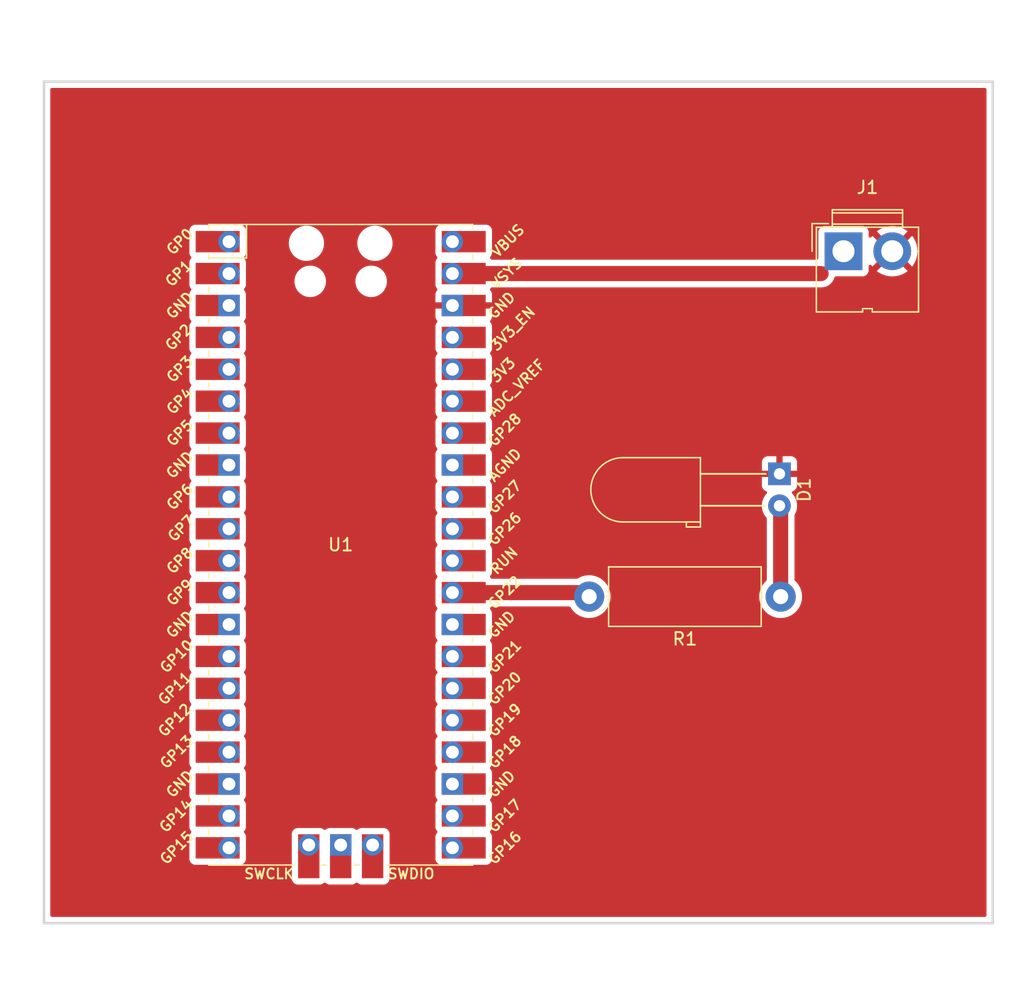
<source format=kicad_pcb>
(kicad_pcb (version 20240108) (generator "pcbnew") (generator_version "8.0")
  (layers (0 "F.Cu" signal) (31 "B.Cu" signal) (34 "B.Paste" user) (35 "F.Paste" user) (36 "B.SilkS" user "B.Silkscreen") (37 "F.SilkS" user "F.Silkscreen") (38 "B.Mask" user) (39 "F.Mask" user) (44 "Edge.Cuts" user))
  (net 0 "")
  (net 1 "Net-(D1-A)")
  (net 2 "GND")
  (net 3 "VCC")
  (net 4 "Net-(U1-GPIO22)")
  (footprint "Resistor_THT:R_Axial_DIN0414_L11.9mm_D4.5mm_P15.24mm_Horizontal" (layer "F.Cu") (at 209.62 102 180)
    (property "Reference" "R1" (at 7.62 -3.37 180) (layer "F.SilkS"))
    (property "Value" "220")
    (fp_line (start 13.8 0) (end 13.69 0) (stroke (width 0.12)) (layer "F.SilkS"))
    (fp_line (start 13.69 2.37) (end 13.69 -2.37) (stroke (width 0.12)) (layer "F.SilkS"))
    (fp_line (start 13.69 -2.37) (end 1.55 -2.37) (stroke (width 0.12)) (layer "F.SilkS"))
    (fp_line (start 1.55 2.37) (end 13.69 2.37) (stroke (width 0.12)) (layer "F.SilkS"))
    (fp_line (start 1.55 -2.37) (end 1.55 2.37) (stroke (width 0.12)) (layer "F.SilkS"))
    (fp_line (start 1.44 0) (end 1.55 0) (stroke (width 0.12)) (layer "F.SilkS"))
    (pad "1" thru_hole circle (at 0 0 180) (size 2.4 2.4) (drill 1.2) (layers "*.Cu" "*.Mask") (net 1 "Net-(D1-A)"))
    (pad "2" thru_hole oval (at 15.24 0 180) (size 2.4 2.4) (drill 1.2) (layers "*.Cu" "*.Mask") (net 4 "Net-(U1-GPIO22)"))
  )
  (footprint "LED_THT:LED_D5.0mm_Horizontal_O6.35mm_Z9.0mm" (layer "F.Cu") (at 209.525 92.225 -90)
    (property "Reference" "D1" (at 1.27 -1.96 90) (layer "F.SilkS"))
    (property "Value" "LED")
    (fp_line (start 3.83 7.41) (end 3.83 6.29) (stroke (width 0.12)) (layer "F.SilkS"))
    (fp_line (start 4.23 7.41) (end 3.83 7.41) (stroke (width 0.12)) (layer "F.SilkS"))
    (fp_line (start -1.29 6.29) (end -1.29 12.45) (stroke (width 0.12)) (layer "F.SilkS"))
    (fp_line (start -1.29 6.29) (end 3.83 6.29) (stroke (width 0.12)) (layer "F.SilkS"))
    (fp_line (start 0 6.29) (end 0 6.29) (stroke (width 0.12)) (layer "F.SilkS"))
    (fp_line (start 0 6.29) (end 0 1.08) (stroke (width 0.12)) (layer "F.SilkS"))
    (fp_line (start 2.54 6.29) (end 2.54 6.29) (stroke (width 0.12)) (layer "F.SilkS"))
    (fp_line (start 2.54 6.29) (end 2.54 1.08) (stroke (width 0.12)) (layer "F.SilkS"))
    (fp_line (start 3.83 6.29) (end 3.83 12.45) (stroke (width 0.12)) (layer "F.SilkS"))
    (fp_line (start 3.83 6.29) (end 4.23 6.29) (stroke (width 0.12)) (layer "F.SilkS"))
    (fp_line (start 4.23 6.29) (end 4.23 7.41) (stroke (width 0.12)) (layer "F.SilkS"))
    (fp_line (start 0 1.08) (end 0 6.29) (stroke (width 0.12)) (layer "F.SilkS"))
    (fp_line (start 0 1.08) (end 0 1.08) (stroke (width 0.12)) (layer "F.SilkS"))
    (fp_line (start 2.54 1.08) (end 2.54 6.29) (stroke (width 0.12)) (layer "F.SilkS"))
    (fp_line (start 2.54 1.08) (end 2.54 1.08) (stroke (width 0.12)) (layer "F.SilkS"))
    (fp_arc (start 3.83 12.45) (mid 1.27 15.01) (end -1.29 12.45) (stroke (width 0.12)) (layer "F.SilkS"))
    (pad "1" thru_hole rect (at 0 0 270) (size 1.8 1.8) (drill 0.9) (layers "*.Cu" "*.Mask") (net 2 "GND"))
    (pad "2" thru_hole circle (at 2.54 0 270) (size 1.8 1.8) (drill 0.9) (layers "*.Cu" "*.Mask") (net 1 "Net-(D1-A)"))
  )
  (footprint "Connector:JWT_A3963_1x02_P3.96mm_Vertical" (layer "F.Cu") (at 214.62 74.5)
    (property "Reference" "J1" (at 1.91 -5.08 0) (layer "F.SilkS"))
    (property "Value" "Alimentação")
    (fp_line (start -2.5 -2.2) (end -2.5 0) (stroke (width 0.12)) (layer "F.SilkS"))
    (fp_line (start -2.16 -1.91) (end -2.16 0) (stroke (width 0.12)) (layer "F.SilkS"))
    (fp_line (start -2.16 -1.91) (end 5.97 -1.91) (stroke (width 0.12)) (layer "F.SilkS"))
    (fp_line (start -2.16 0) (end -2.16 4.83) (stroke (width 0.12)) (layer "F.SilkS"))
    (fp_line (start -1.2 -2.2) (end -2.5 -2.2) (stroke (width 0.12)) (layer "F.SilkS"))
    (fp_line (start -0.89 -3.3) (end 4.7 -3.3) (stroke (width 0.12)) (layer "F.SilkS"))
    (fp_line (start -0.89 -3.05) (end 4.7 -3.05) (stroke (width 0.12)) (layer "F.SilkS"))
    (fp_line (start -0.89 -2.16) (end 4.7 -2.16) (stroke (width 0.12)) (layer "F.SilkS"))
    (fp_line (start -0.89 -1.91) (end -0.89 -3.3) (stroke (width 0.12)) (layer "F.SilkS"))
    (fp_line (start 1.52 4.57) (end 2.29 4.57) (stroke (width 0.12)) (layer "F.SilkS"))
    (fp_line (start 1.52 4.83) (end -2.16 4.83) (stroke (width 0.12)) (layer "F.SilkS"))
    (fp_line (start 1.52 4.83) (end 1.52 4.57) (stroke (width 0.12)) (layer "F.SilkS"))
    (fp_line (start 2.29 4.57) (end 2.29 4.83) (stroke (width 0.12)) (layer "F.SilkS"))
    (fp_line (start 2.29 4.83) (end 5.97 4.83) (stroke (width 0.12)) (layer "F.SilkS"))
    (fp_line (start 4.7 -1.91) (end 4.7 -3.3) (stroke (width 0.12)) (layer "F.SilkS"))
    (fp_line (start 5.97 -1.91) (end 5.97 0) (stroke (width 0.12)) (layer "F.SilkS"))
    (fp_line (start 5.97 4.83) (end 5.97 0) (stroke (width 0.12)) (layer "F.SilkS"))
    (pad "1" thru_hole rect (at 0 0) (size 3 3) (drill 1.75) (layers "*.Cu" "*.Mask") (net 3 "VCC"))
    (pad "2" thru_hole circle (at 3.88 0) (size 3 3) (drill 1.75) (layers "*.Cu" "*.Mask") (net 2 "GND"))
  )
  (footprint "MCU_RaspberryPi_and_Boards:RPi_Pico_SMD_TH" (layer "F.Cu") (at 174.61 97.87)
    (property "Reference" "U1" (at 0 0 0) (layer "F.SilkS"))
    (property "Value" "Pico")
    (fp_line (start -10.5 -25.5) (end -10.5 -25.2) (stroke (width 0.12)) (layer "F.SilkS"))
    (fp_line (start -10.5 -25.5) (end 10.5 -25.5) (stroke (width 0.12)) (layer "F.SilkS"))
    (fp_line (start -10.5 -23.1) (end -10.5 -22.7) (stroke (width 0.12)) (layer "F.SilkS"))
    (fp_line (start -10.5 -22.833) (end -7.493 -22.833) (stroke (width 0.12)) (layer "F.SilkS"))
    (fp_line (start -10.5 -20.5) (end -10.5 -20.1) (stroke (width 0.12)) (layer "F.SilkS"))
    (fp_line (start -10.5 -18) (end -10.5 -17.6) (stroke (width 0.12)) (layer "F.SilkS"))
    (fp_line (start -10.5 -15.4) (end -10.5 -15) (stroke (width 0.12)) (layer "F.SilkS"))
    (fp_line (start -10.5 -12.9) (end -10.5 -12.5) (stroke (width 0.12)) (layer "F.SilkS"))
    (fp_line (start -10.5 -10.4) (end -10.5 -10) (stroke (width 0.12)) (layer "F.SilkS"))
    (fp_line (start -10.5 -7.8) (end -10.5 -7.4) (stroke (width 0.12)) (layer "F.SilkS"))
    (fp_line (start -10.5 -5.3) (end -10.5 -4.9) (stroke (width 0.12)) (layer "F.SilkS"))
    (fp_line (start -10.5 -2.7) (end -10.5 -2.3) (stroke (width 0.12)) (layer "F.SilkS"))
    (fp_line (start -10.5 -0.2) (end -10.5 0.2) (stroke (width 0.12)) (layer "F.SilkS"))
    (fp_line (start -10.5 2.3) (end -10.5 2.7) (stroke (width 0.12)) (layer "F.SilkS"))
    (fp_line (start -10.5 4.9) (end -10.5 5.3) (stroke (width 0.12)) (layer "F.SilkS"))
    (fp_line (start -10.5 7.4) (end -10.5 7.8) (stroke (width 0.12)) (layer "F.SilkS"))
    (fp_line (start -10.5 10) (end -10.5 10.4) (stroke (width 0.12)) (layer "F.SilkS"))
    (fp_line (start -10.5 12.5) (end -10.5 12.9) (stroke (width 0.12)) (layer "F.SilkS"))
    (fp_line (start -10.5 15.1) (end -10.5 15.5) (stroke (width 0.12)) (layer "F.SilkS"))
    (fp_line (start -10.5 17.6) (end -10.5 18) (stroke (width 0.12)) (layer "F.SilkS"))
    (fp_line (start -10.5 20.1) (end -10.5 20.5) (stroke (width 0.12)) (layer "F.SilkS"))
    (fp_line (start -10.5 22.7) (end -10.5 23.1) (stroke (width 0.12)) (layer "F.SilkS"))
    (fp_line (start -7.493 -22.833) (end -7.493 -25.5) (stroke (width 0.12)) (layer "F.SilkS"))
    (fp_line (start -3.7 25.5) (end -10.5 25.5) (stroke (width 0.12)) (layer "F.SilkS"))
    (fp_line (start -1.5 25.5) (end -1.1 25.5) (stroke (width 0.12)) (layer "F.SilkS"))
    (fp_line (start 1.1 25.5) (end 1.5 25.5) (stroke (width 0.12)) (layer "F.SilkS"))
    (fp_line (start 10.5 -25.5) (end 10.5 -25.2) (stroke (width 0.12)) (layer "F.SilkS"))
    (fp_line (start 10.5 -23.1) (end 10.5 -22.7) (stroke (width 0.12)) (layer "F.SilkS"))
    (fp_line (start 10.5 -20.5) (end 10.5 -20.1) (stroke (width 0.12)) (layer "F.SilkS"))
    (fp_line (start 10.5 -18) (end 10.5 -17.6) (stroke (width 0.12)) (layer "F.SilkS"))
    (fp_line (start 10.5 -15.4) (end 10.5 -15) (stroke (width 0.12)) (layer "F.SilkS"))
    (fp_line (start 10.5 -12.9) (end 10.5 -12.5) (stroke (width 0.12)) (layer "F.SilkS"))
    (fp_line (start 10.5 -10.4) (end 10.5 -10) (stroke (width 0.12)) (layer "F.SilkS"))
    (fp_line (start 10.5 -7.8) (end 10.5 -7.4) (stroke (width 0.12)) (layer "F.SilkS"))
    (fp_line (start 10.5 -5.3) (end 10.5 -4.9) (stroke (width 0.12)) (layer "F.SilkS"))
    (fp_line (start 10.5 -2.7) (end 10.5 -2.3) (stroke (width 0.12)) (layer "F.SilkS"))
    (fp_line (start 10.5 -0.2) (end 10.5 0.2) (stroke (width 0.12)) (layer "F.SilkS"))
    (fp_line (start 10.5 2.3) (end 10.5 2.7) (stroke (width 0.12)) (layer "F.SilkS"))
    (fp_line (start 10.5 4.9) (end 10.5 5.3) (stroke (width 0.12)) (layer "F.SilkS"))
    (fp_line (start 10.5 7.4) (end 10.5 7.8) (stroke (width 0.12)) (layer "F.SilkS"))
    (fp_line (start 10.5 10) (end 10.5 10.4) (stroke (width 0.12)) (layer "F.SilkS"))
    (fp_line (start 10.5 12.5) (end 10.5 12.9) (stroke (width 0.12)) (layer "F.SilkS"))
    (fp_line (start 10.5 15.1) (end 10.5 15.5) (stroke (width 0.12)) (layer "F.SilkS"))
    (fp_line (start 10.5 17.6) (end 10.5 18) (stroke (width 0.12)) (layer "F.SilkS"))
    (fp_line (start 10.5 20.1) (end 10.5 20.5) (stroke (width 0.12)) (layer "F.SilkS"))
    (fp_line (start 10.5 22.7) (end 10.5 23.1) (stroke (width 0.12)) (layer "F.SilkS"))
    (fp_line (start 10.5 25.5) (end 3.7 25.5) (stroke (width 0.12)) (layer "F.SilkS"))
    (fp_text user "GND" (at -12.8 6.35 45) (layer "F.SilkS") (effects (font (size 0.8 0.8))))
    (fp_text user "VSYS" (at 13.2 -21.59 45) (layer "F.SilkS") (effects (font (size 0.8 0.8))))
    (fp_text user "GP12" (at -13.2 13.97 45) (layer "F.SilkS") (effects (font (size 0.8 0.8))))
    (fp_text user "GND" (at -12.8 -19.05 45) (layer "F.SilkS") (effects (font (size 0.8 0.8))))
    (fp_text user "GP4" (at -12.8 -11.43 45) (layer "F.SilkS") (effects (font (size 0.8 0.8))))
    (fp_text user "3V3_EN" (at 13.7 -17.2 45) (layer "F.SilkS") (effects (font (size 0.8 0.8))))
    (fp_text user "RUN" (at 13 1.27 45) (layer "F.SilkS") (effects (font (size 0.8 0.8))))
    (fp_text user "GP5" (at -12.8 -8.89 45) (layer "F.SilkS") (effects (font (size 0.8 0.8))))
    (fp_text user "GP8" (at -12.8 1.27 45) (layer "F.SilkS") (effects (font (size 0.8 0.8))))
    (fp_text user "3V3" (at 12.9 -13.9 45) (layer "F.SilkS") (effects (font (size 0.8 0.8))))
    (fp_text user "GP28" (at 13.054 -9.144 45) (layer "F.SilkS") (effects (font (size 0.8 0.8))))
    (fp_text user "GP26" (at 13.054 -1.27 45) (layer "F.SilkS") (effects (font (size 0.8 0.8))))
    (fp_text user "GND" (at 12.8 -19.05 45) (layer "F.SilkS") (effects (font (size 0.8 0.8))))
    (fp_text user "GND" (at -12.8 -6.35 45) (layer "F.SilkS") (effects (font (size 0.8 0.8))))
    (fp_text user "GP11" (at -13.2 11.43 45) (layer "F.SilkS") (effects (font (size 0.8 0.8))))
    (fp_text user "GP18" (at 13.054 16.51 45) (layer "F.SilkS") (effects (font (size 0.8 0.8))))
    (fp_text user "VBUS" (at 13.3 -24.2 45) (layer "F.SilkS") (effects (font (size 0.8 0.8))))
    (fp_text user "GP15" (at -13.054 24.13 45) (layer "F.SilkS") (effects (font (size 0.8 0.8))))
    (fp_text user "GP14" (at -13.1 21.59 45) (layer "F.SilkS") (effects (font (size 0.8 0.8))))
    (fp_text user "SWDIO" (at 5.6 26.2 0) (layer "F.SilkS") (effects (font (size 0.8 0.8))))
    (fp_text user "GP27" (at 13.054 -3.8 45) (layer "F.SilkS") (effects (font (size 0.8 0.8))))
    (fp_text user "GND" (at 12.8 6.35 45) (layer "F.SilkS") (effects (font (size 0.8 0.8))))
    (fp_text user "SWCLK" (at -5.7 26.2 0) (layer "F.SilkS") (effects (font (size 0.8 0.8))))
    (fp_text user "GP13" (at -13.054 16.51 45) (layer "F.SilkS") (effects (font (size 0.8 0.8))))
    (fp_text user "ADC_VREF" (at 14 -12.5 45) (layer "F.SilkS") (effects (font (size 0.8 0.8))))
    (fp_text user "GP17" (at 13.054 21.59 45) (layer "F.SilkS") (effects (font (size 0.8 0.8))))
    (fp_text user "GP21" (at 13.054 8.9 45) (layer "F.SilkS") (effects (font (size 0.8 0.8))))
    (fp_text user "GP1" (at -12.9 -21.6 45) (layer "F.SilkS") (effects (font (size 0.8 0.8))))
    (fp_text user "GP16" (at 13.054 24.13 45) (layer "F.SilkS") (effects (font (size 0.8 0.8))))
    (fp_text user "GP3" (at -12.8 -13.97 45) (layer "F.SilkS") (effects (font (size 0.8 0.8))))
    (fp_text user "AGND" (at 13.054 -6.35 45) (layer "F.SilkS") (effects (font (size 0.8 0.8))))
    (fp_text user "GP20" (at 13.054 11.43 45) (layer "F.SilkS") (effects (font (size 0.8 0.8))))
    (fp_text user "GP0" (at -12.8 -24.13 45) (layer "F.SilkS") (effects (font (size 0.8 0.8))))
    (fp_text user "GP10" (at -13.054 8.89 45) (layer "F.SilkS") (effects (font (size 0.8 0.8))))
    (fp_text user "GP7" (at -12.7 -1.3 45) (layer "F.SilkS") (effects (font (size 0.8 0.8))))
    (fp_text user "GP6" (at -12.8 -3.81 45) (layer "F.SilkS") (effects (font (size 0.8 0.8))))
    (fp_text user "GP9" (at -12.8 3.81 45) (layer "F.SilkS") (effects (font (size 0.8 0.8))))
    (fp_text user "GP22" (at 13.054 3.81 45) (layer "F.SilkS") (effects (font (size 0.8 0.8))))
    (fp_text user "GND" (at 12.8 19.05 45) (layer "F.SilkS") (effects (font (size 0.8 0.8))))
    (fp_text user "GND" (at -12.8 19.05 45) (layer "F.SilkS") (effects (font (size 0.8 0.8))))
    (fp_text user "GP19" (at 13.054 13.97 45) (layer "F.SilkS") (effects (font (size 0.8 0.8))))
    (fp_text user "GP2" (at -12.9 -16.51 45) (layer "F.SilkS") (effects (font (size 0.8 0.8))))
    (pad "" np_thru_hole oval (at -2.725 -24) (size 1.8 1.8) (drill 1.8) (layers "*.Cu" "*.Mask"))
    (pad "" np_thru_hole oval (at -2.425 -20.97) (size 1.5 1.5) (drill 1.5) (layers "*.Cu" "*.Mask"))
    (pad "" np_thru_hole oval (at 2.425 -20.97) (size 1.5 1.5) (drill 1.5) (layers "*.Cu" "*.Mask"))
    (pad "" np_thru_hole oval (at 2.725 -24) (size 1.8 1.8) (drill 1.8) (layers "*.Cu" "*.Mask"))
    (pad "1" thru_hole oval (at -8.89 -24.13) (size 1.7 1.7) (drill 1.02) (layers "*.Cu" "*.Mask"))
    (pad "1" smd rect (at -8.89 -24.13) (size 3.5 1.7) (drill (offset -0.9 0)) (layers "F.Cu" "F.Mask"))
    (pad "2" thru_hole oval (at -8.89 -21.59) (size 1.7 1.7) (drill 1.02) (layers "*.Cu" "*.Mask"))
    (pad "2" smd rect (at -8.89 -21.59) (size 3.5 1.7) (drill (offset -0.9 0)) (layers "F.Cu" "F.Mask"))
    (pad "3" thru_hole rect (at -8.89 -19.05) (size 1.7 1.7) (drill 1.02) (layers "*.Cu" "*.Mask"))
    (pad "3" smd rect (at -8.89 -19.05) (size 3.5 1.7) (drill (offset -0.9 0)) (layers "F.Cu" "F.Mask"))
    (pad "4" thru_hole oval (at -8.89 -16.51) (size 1.7 1.7) (drill 1.02) (layers "*.Cu" "*.Mask"))
    (pad "4" smd rect (at -8.89 -16.51) (size 3.5 1.7) (drill (offset -0.9 0)) (layers "F.Cu" "F.Mask"))
    (pad "5" thru_hole oval (at -8.89 -13.97) (size 1.7 1.7) (drill 1.02) (layers "*.Cu" "*.Mask"))
    (pad "5" smd rect (at -8.89 -13.97) (size 3.5 1.7) (drill (offset -0.9 0)) (layers "F.Cu" "F.Mask"))
    (pad "6" thru_hole oval (at -8.89 -11.43) (size 1.7 1.7) (drill 1.02) (layers "*.Cu" "*.Mask"))
    (pad "6" smd rect (at -8.89 -11.43) (size 3.5 1.7) (drill (offset -0.9 0)) (layers "F.Cu" "F.Mask"))
    (pad "7" thru_hole oval (at -8.89 -8.89) (size 1.7 1.7) (drill 1.02) (layers "*.Cu" "*.Mask"))
    (pad "7" smd rect (at -8.89 -8.89) (size 3.5 1.7) (drill (offset -0.9 0)) (layers "F.Cu" "F.Mask"))
    (pad "8" thru_hole rect (at -8.89 -6.35) (size 1.7 1.7) (drill 1.02) (layers "*.Cu" "*.Mask"))
    (pad "8" smd rect (at -8.89 -6.35) (size 3.5 1.7) (drill (offset -0.9 0)) (layers "F.Cu" "F.Mask"))
    (pad "9" thru_hole oval (at -8.89 -3.81) (size 1.7 1.7) (drill 1.02) (layers "*.Cu" "*.Mask"))
    (pad "9" smd rect (at -8.89 -3.81) (size 3.5 1.7) (drill (offset -0.9 0)) (layers "F.Cu" "F.Mask"))
    (pad "10" thru_hole oval (at -8.89 -1.27) (size 1.7 1.7) (drill 1.02) (layers "*.Cu" "*.Mask"))
    (pad "10" smd rect (at -8.89 -1.27) (size 3.5 1.7) (drill (offset -0.9 0)) (layers "F.Cu" "F.Mask"))
    (pad "11" thru_hole oval (at -8.89 1.27) (size 1.7 1.7) (drill 1.02) (layers "*.Cu" "*.Mask"))
    (pad "11" smd rect (at -8.89 1.27) (size 3.5 1.7) (drill (offset -0.9 0)) (layers "F.Cu" "F.Mask"))
    (pad "12" thru_hole oval (at -8.89 3.81) (size 1.7 1.7) (drill 1.02) (layers "*.Cu" "*.Mask"))
    (pad "12" smd rect (at -8.89 3.81) (size 3.5 1.7) (drill (offset -0.9 0)) (layers "F.Cu" "F.Mask"))
    (pad "13" thru_hole rect (at -8.89 6.35) (size 1.7 1.7) (drill 1.02) (layers "*.Cu" "*.Mask"))
    (pad "13" smd rect (at -8.89 6.35) (size 3.5 1.7) (drill (offset -0.9 0)) (layers "F.Cu" "F.Mask"))
    (pad "14" thru_hole oval (at -8.89 8.89) (size 1.7 1.7) (drill 1.02) (layers "*.Cu" "*.Mask"))
    (pad "14" smd rect (at -8.89 8.89) (size 3.5 1.7) (drill (offset -0.9 0)) (layers "F.Cu" "F.Mask"))
    (pad "15" thru_hole oval (at -8.89 11.43) (size 1.7 1.7) (drill 1.02) (layers "*.Cu" "*.Mask"))
    (pad "15" smd rect (at -8.89 11.43) (size 3.5 1.7) (drill (offset -0.9 0)) (layers "F.Cu" "F.Mask"))
    (pad "16" thru_hole oval (at -8.89 13.97) (size 1.7 1.7) (drill 1.02) (layers "*.Cu" "*.Mask"))
    (pad "16" smd rect (at -8.89 13.97) (size 3.5 1.7) (drill (offset -0.9 0)) (layers "F.Cu" "F.Mask"))
    (pad "17" thru_hole oval (at -8.89 16.51) (size 1.7 1.7) (drill 1.02) (layers "*.Cu" "*.Mask"))
    (pad "17" smd rect (at -8.89 16.51) (size 3.5 1.7) (drill (offset -0.9 0)) (layers "F.Cu" "F.Mask"))
    (pad "18" thru_hole rect (at -8.89 19.05) (size 1.7 1.7) (drill 1.02) (layers "*.Cu" "*.Mask"))
    (pad "18" smd rect (at -8.89 19.05) (size 3.5 1.7) (drill (offset -0.9 0)) (layers "F.Cu" "F.Mask"))
    (pad "19" thru_hole oval (at -8.89 21.59) (size 1.7 1.7) (drill 1.02) (layers "*.Cu" "*.Mask"))
    (pad "19" smd rect (at -8.89 21.59) (size 3.5 1.7) (drill (offset -0.9 0)) (layers "F.Cu" "F.Mask"))
    (pad "20" thru_hole oval (at -8.89 24.13) (size 1.7 1.7) (drill 1.02) (layers "*.Cu" "*.Mask"))
    (pad "20" smd rect (at -8.89 24.13) (size 3.5 1.7) (drill (offset -0.9 0)) (layers "F.Cu" "F.Mask"))
    (pad "21" thru_hole oval (at 8.89 24.13) (size 1.7 1.7) (drill 1.02) (layers "*.Cu" "*.Mask"))
    (pad "21" smd rect (at 8.89 24.13) (size 3.5 1.7) (drill (offset 0.9 0)) (layers "F.Cu" "F.Mask"))
    (pad "22" thru_hole oval (at 8.89 21.59) (size 1.7 1.7) (drill 1.02) (layers "*.Cu" "*.Mask"))
    (pad "22" smd rect (at 8.89 21.59) (size 3.5 1.7) (drill (offset 0.9 0)) (layers "F.Cu" "F.Mask"))
    (pad "23" thru_hole rect (at 8.89 19.05) (size 1.7 1.7) (drill 1.02) (layers "*.Cu" "*.Mask"))
    (pad "23" smd rect (at 8.89 19.05) (size 3.5 1.7) (drill (offset 0.9 0)) (layers "F.Cu" "F.Mask"))
    (pad "24" thru_hole oval (at 8.89 16.51) (size 1.7 1.7) (drill 1.02) (layers "*.Cu" "*.Mask"))
    (pad "24" smd rect (at 8.89 16.51) (size 3.5 1.7) (drill (offset 0.9 0)) (layers "F.Cu" "F.Mask"))
    (pad "25" thru_hole oval (at 8.89 13.97) (size 1.7 1.7) (drill 1.02) (layers "*.Cu" "*.Mask"))
    (pad "25" smd rect (at 8.89 13.97) (size 3.5 1.7) (drill (offset 0.9 0)) (layers "F.Cu" "F.Mask"))
    (pad "26" thru_hole oval (at 8.89 11.43) (size 1.7 1.7) (drill 1.02) (layers "*.Cu" "*.Mask"))
    (pad "26" smd rect (at 8.89 11.43) (size 3.5 1.7) (drill (offset 0.9 0)) (layers "F.Cu" "F.Mask"))
    (pad "27" thru_hole oval (at 8.89 8.89) (size 1.7 1.7) (drill 1.02) (layers "*.Cu" "*.Mask"))
    (pad "27" smd rect (at 8.89 8.89) (size 3.5 1.7) (drill (offset 0.9 0)) (layers "F.Cu" "F.Mask"))
    (pad "28" thru_hole rect (at 8.89 6.35) (size 1.7 1.7) (drill 1.02) (layers "*.Cu" "*.Mask"))
    (pad "28" smd rect (at 8.89 6.35) (size 3.5 1.7) (drill (offset 0.9 0)) (layers "F.Cu" "F.Mask"))
    (pad "29" thru_hole oval (at 8.89 3.81) (size 1.7 1.7) (drill 1.02) (layers "*.Cu" "*.Mask") (net 4 "Net-(U1-GPIO22)"))
    (pad "29" smd rect (at 8.89 3.81) (size 3.5 1.7) (drill (offset 0.9 0)) (layers "F.Cu" "F.Mask") (net 4 "Net-(U1-GPIO22)"))
    (pad "30" thru_hole oval (at 8.89 1.27) (size 1.7 1.7) (drill 1.02) (layers "*.Cu" "*.Mask"))
    (pad "30" smd rect (at 8.89 1.27) (size 3.5 1.7) (drill (offset 0.9 0)) (layers "F.Cu" "F.Mask"))
    (pad "31" thru_hole oval (at 8.89 -1.27) (size 1.7 1.7) (drill 1.02) (layers "*.Cu" "*.Mask"))
    (pad "31" smd rect (at 8.89 -1.27) (size 3.5 1.7) (drill (offset 0.9 0)) (layers "F.Cu" "F.Mask"))
    (pad "32" thru_hole oval (at 8.89 -3.81) (size 1.7 1.7) (drill 1.02) (layers "*.Cu" "*.Mask"))
    (pad "32" smd rect (at 8.89 -3.81) (size 3.5 1.7) (drill (offset 0.9 0)) (layers "F.Cu" "F.Mask"))
    (pad "33" thru_hole rect (at 8.89 -6.35) (size 1.7 1.7) (drill 1.02) (layers "*.Cu" "*.Mask"))
    (pad "33" smd rect (at 8.89 -6.35) (size 3.5 1.7) (drill (offset 0.9 0)) (layers "F.Cu" "F.Mask"))
    (pad "34" thru_hole oval (at 8.89 -8.89) (size 1.7 1.7) (drill 1.02) (layers "*.Cu" "*.Mask"))
    (pad "34" smd rect (at 8.89 -8.89) (size 3.5 1.7) (drill (offset 0.9 0)) (layers "F.Cu" "F.Mask"))
    (pad "35" thru_hole oval (at 8.89 -11.43) (size 1.7 1.7) (drill 1.02) (layers "*.Cu" "*.Mask"))
    (pad "35" smd rect (at 8.89 -11.43) (size 3.5 1.7) (drill (offset 0.9 0)) (layers "F.Cu" "F.Mask"))
    (pad "36" thru_hole oval (at 8.89 -13.97) (size 1.7 1.7) (drill 1.02) (layers "*.Cu" "*.Mask"))
    (pad "36" smd rect (at 8.89 -13.97) (size 3.5 1.7) (drill (offset 0.9 0)) (layers "F.Cu" "F.Mask"))
    (pad "37" thru_hole oval (at 8.89 -16.51) (size 1.7 1.7) (drill 1.02) (layers "*.Cu" "*.Mask"))
    (pad "37" smd rect (at 8.89 -16.51) (size 3.5 1.7) (drill (offset 0.9 0)) (layers "F.Cu" "F.Mask"))
    (pad "38" thru_hole rect (at 8.89 -19.05) (size 1.7 1.7) (drill 1.02) (layers "*.Cu" "*.Mask") (net 2 "GND"))
    (pad "38" smd rect (at 8.89 -19.05) (size 3.5 1.7) (drill (offset 0.9 0)) (layers "F.Cu" "F.Mask") (net 2 "GND"))
    (pad "39" thru_hole oval (at 8.89 -21.59) (size 1.7 1.7) (drill 1.02) (layers "*.Cu" "*.Mask") (net 3 "VCC"))
    (pad "39" smd rect (at 8.89 -21.59) (size 3.5 1.7) (drill (offset 0.9 0)) (layers "F.Cu" "F.Mask") (net 3 "VCC"))
    (pad "40" thru_hole oval (at 8.89 -24.13) (size 1.7 1.7) (drill 1.02) (layers "*.Cu" "*.Mask"))
    (pad "40" smd rect (at 8.89 -24.13) (size 3.5 1.7) (drill (offset 0.9 0)) (layers "F.Cu" "F.Mask"))
    (pad "41" thru_hole oval (at -2.54 23.9) (size 1.7 1.7) (drill 1.02) (layers "*.Cu" "*.Mask"))
    (pad "41" smd rect (at -2.54 23.9 90) (size 3.5 1.7) (drill (offset -0.9 0)) (layers "F.Cu" "F.Mask"))
    (pad "42" thru_hole rect (at 0 23.9) (size 1.7 1.7) (drill 1.02) (layers "*.Cu" "*.Mask"))
    (pad "42" smd rect (at 0 23.9 90) (size 3.5 1.7) (drill (offset -0.9 0)) (layers "F.Cu" "F.Mask"))
    (pad "43" thru_hole oval (at 2.54 23.9) (size 1.7 1.7) (drill 1.02) (layers "*.Cu" "*.Mask"))
    (pad "43" smd rect (at 2.54 23.9 90) (size 3.5 1.7) (drill (offset -0.9 0)) (layers "F.Cu" "F.Mask"))
  )
  (gr_rect (start 151 61) (end 226.5 128) (stroke (width 0.2)) (fill none) (layer "Edge.Cuts"))
  (segment (start 209.62 102) (end 209.62 94.86) (width 1.2) (layer "F.Cu") (net 1))
  (segment (start 209.62 94.86) (end 209.525 94.765) (width 0.2) (layer "F.Cu") (net 1))
  (segment (start 212.84 76.28) (end 214.62 74.5) (width 0.2) (layer "F.Cu") (net 3))
  (segment (start 183.5 76.28) (end 212.84 76.28) (width 1.2) (layer "F.Cu") (net 3))
  (segment (start 183.5 101.68) (end 194.06 101.68) (width 1.2) (layer "F.Cu") (net 4))
  (segment (start 194.06 101.68) (end 194.38 102) (width 0.2) (layer "F.Cu") (net 4))
  (zone (net 2) (net_name "GND") (layer "F.Cu") (connect_pads (clearance 0.5)) (min_thickness 0.25) (fill yes (thermal_gap 0.5) (thermal_bridge_width 0.5))
    (polygon (pts (xy 229 54.5) (xy 229 133) (xy 147.5 133) (xy 147.5 54.5)))
  )
)
</source>
